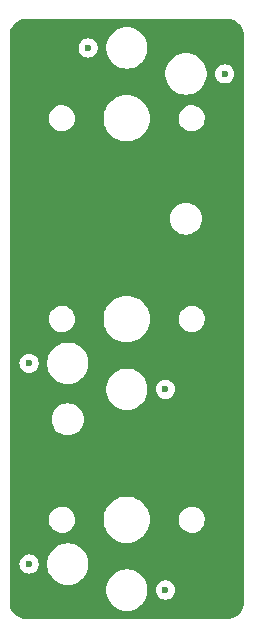
<source format=gbr>
%TF.GenerationSoftware,KiCad,Pcbnew,(7.0.0-0)*%
%TF.CreationDate,2023-06-29T16:50:24+08:00*%
%TF.ProjectId,thumb3,7468756d-6233-42e6-9b69-6361645f7063,v1.0.0*%
%TF.SameCoordinates,Original*%
%TF.FileFunction,Copper,L1,Top*%
%TF.FilePolarity,Positive*%
%FSLAX46Y46*%
G04 Gerber Fmt 4.6, Leading zero omitted, Abs format (unit mm)*
G04 Created by KiCad (PCBNEW (7.0.0-0)) date 2023-06-29 16:50:24*
%MOMM*%
%LPD*%
G01*
G04 APERTURE LIST*
%TA.AperFunction,ComponentPad*%
%ADD10C,0.600000*%
%TD*%
G04 APERTURE END LIST*
D10*
%TO.P,S1,3*%
%TO.N,C5_R0D*%
X-3275000Y39950000D03*
%TO.P,S1,4*%
%TO.N,C5*%
X8275000Y37750000D03*
%TD*%
%TO.P,S2,3*%
%TO.N,C5_R1D*%
X3275000Y11050000D03*
%TO.P,S2,4*%
%TO.N,C5*%
X-8275000Y13250000D03*
%TD*%
%TO.P,S3,3*%
%TO.N,C5_R2D*%
X3275000Y-5950000D03*
%TO.P,S3,4*%
%TO.N,C5*%
X-8275000Y-3750000D03*
%TD*%
%TA.AperFunction,NonConductor*%
G36*
X8504854Y42424118D02*
G01*
X8713113Y42407727D01*
X8732331Y42404683D01*
X8930705Y42357058D01*
X8949211Y42351045D01*
X9137694Y42272972D01*
X9155031Y42264139D01*
X9328981Y42157543D01*
X9344722Y42146106D01*
X9499859Y42013606D01*
X9513606Y41999859D01*
X9641029Y41850665D01*
X9646106Y41844722D01*
X9657543Y41828981D01*
X9764139Y41655031D01*
X9772972Y41637694D01*
X9851045Y41449211D01*
X9857058Y41430705D01*
X9904683Y41232331D01*
X9907727Y41213113D01*
X9924118Y41004854D01*
X9924500Y40995125D01*
X9924500Y-6995125D01*
X9924118Y-7004854D01*
X9907727Y-7213113D01*
X9904683Y-7232331D01*
X9857058Y-7430705D01*
X9851045Y-7449211D01*
X9772972Y-7637694D01*
X9764139Y-7655031D01*
X9657543Y-7828981D01*
X9646105Y-7844722D01*
X9513606Y-7999859D01*
X9499859Y-8013606D01*
X9350665Y-8141029D01*
X9344722Y-8146106D01*
X9328981Y-8157543D01*
X9155031Y-8264139D01*
X9137694Y-8272972D01*
X8949211Y-8351045D01*
X8930705Y-8357058D01*
X8732331Y-8404683D01*
X8713113Y-8407727D01*
X8504854Y-8424118D01*
X8495125Y-8424500D01*
X-8495125Y-8424500D01*
X-8504854Y-8424118D01*
X-8713113Y-8407727D01*
X-8732331Y-8404683D01*
X-8930705Y-8357058D01*
X-8949211Y-8351045D01*
X-9137694Y-8272972D01*
X-9155031Y-8264138D01*
X-9328977Y-8157543D01*
X-9344719Y-8146106D01*
X-9499852Y-8013610D01*
X-9513610Y-7999852D01*
X-9646106Y-7844719D01*
X-9657543Y-7828977D01*
X-9764138Y-7655031D01*
X-9772972Y-7637694D01*
X-9851045Y-7449211D01*
X-9857058Y-7430705D01*
X-9904683Y-7232331D01*
X-9907727Y-7213113D01*
X-9924118Y-7004854D01*
X-9924500Y-6995125D01*
X-9924500Y-6081182D01*
X-1750500Y-6081182D01*
X-1711396Y-6340615D01*
X-1634063Y-6591323D01*
X-1520228Y-6827704D01*
X-1372433Y-7044479D01*
X-1193981Y-7236805D01*
X-988857Y-7400386D01*
X-761643Y-7531568D01*
X-517416Y-7627420D01*
X-261630Y-7685802D01*
X-65494Y-7700500D01*
X63177Y-7700500D01*
X65494Y-7700500D01*
X261630Y-7685802D01*
X517416Y-7627420D01*
X761643Y-7531568D01*
X988857Y-7400386D01*
X1193981Y-7236805D01*
X1372433Y-7044479D01*
X1520228Y-6827704D01*
X1634063Y-6591323D01*
X1711396Y-6340615D01*
X1750500Y-6081182D01*
X1750500Y-5950000D01*
X2461384Y-5950000D01*
X2462164Y-5956923D01*
X2481002Y-6124123D01*
X2481003Y-6124130D01*
X2481783Y-6131047D01*
X2541957Y-6303015D01*
X2638889Y-6457281D01*
X2767719Y-6586111D01*
X2921985Y-6683043D01*
X3093953Y-6743217D01*
X3275000Y-6763616D01*
X3456047Y-6743217D01*
X3628015Y-6683043D01*
X3782281Y-6586111D01*
X3911111Y-6457281D01*
X4008043Y-6303015D01*
X4068217Y-6131047D01*
X4088616Y-5950000D01*
X4068217Y-5768953D01*
X4008043Y-5596985D01*
X3911111Y-5442719D01*
X3782281Y-5313889D01*
X3628015Y-5216957D01*
X3621449Y-5214659D01*
X3621446Y-5214658D01*
X3462621Y-5159083D01*
X3462618Y-5159082D01*
X3456047Y-5156783D01*
X3449130Y-5156003D01*
X3449123Y-5156002D01*
X3281923Y-5137164D01*
X3275000Y-5136384D01*
X3268077Y-5137164D01*
X3100876Y-5156002D01*
X3100867Y-5156003D01*
X3093953Y-5156783D01*
X3087383Y-5159081D01*
X3087378Y-5159083D01*
X2928553Y-5214658D01*
X2928547Y-5214660D01*
X2921985Y-5216957D01*
X2916097Y-5220656D01*
X2916092Y-5220659D01*
X2773619Y-5310181D01*
X2773614Y-5310184D01*
X2767719Y-5313889D01*
X2762794Y-5318813D01*
X2762790Y-5318817D01*
X2643817Y-5437790D01*
X2643813Y-5437794D01*
X2638889Y-5442719D01*
X2635184Y-5448614D01*
X2635181Y-5448619D01*
X2545659Y-5591092D01*
X2545656Y-5591097D01*
X2541957Y-5596985D01*
X2539660Y-5603547D01*
X2539658Y-5603553D01*
X2484083Y-5762378D01*
X2484081Y-5762383D01*
X2481783Y-5768953D01*
X2481003Y-5775867D01*
X2481002Y-5775876D01*
X2475642Y-5823453D01*
X2461384Y-5950000D01*
X1750500Y-5950000D01*
X1750500Y-5818818D01*
X1711396Y-5559385D01*
X1667333Y-5416537D01*
X1635430Y-5313108D01*
X1635428Y-5313105D01*
X1634063Y-5308677D01*
X1520228Y-5072296D01*
X1372433Y-4855521D01*
X1193981Y-4663195D01*
X988857Y-4499614D01*
X808530Y-4395502D01*
X765664Y-4370753D01*
X765658Y-4370750D01*
X761643Y-4368432D01*
X757324Y-4366737D01*
X757318Y-4366734D01*
X521738Y-4274276D01*
X521734Y-4274275D01*
X517416Y-4272580D01*
X512893Y-4271547D01*
X512891Y-4271547D01*
X266149Y-4215229D01*
X266143Y-4215228D01*
X261630Y-4214198D01*
X257008Y-4213851D01*
X257004Y-4213851D01*
X67808Y-4199673D01*
X67797Y-4199672D01*
X65494Y-4199500D01*
X-65494Y-4199500D01*
X-67797Y-4199672D01*
X-67808Y-4199673D01*
X-257004Y-4213851D01*
X-257008Y-4213851D01*
X-261630Y-4214198D01*
X-266143Y-4215228D01*
X-266149Y-4215229D01*
X-512891Y-4271547D01*
X-512893Y-4271547D01*
X-517416Y-4272580D01*
X-521734Y-4274275D01*
X-521738Y-4274276D01*
X-757318Y-4366734D01*
X-757324Y-4366737D01*
X-761643Y-4368432D01*
X-765658Y-4370750D01*
X-765664Y-4370753D01*
X-808530Y-4395502D01*
X-988857Y-4499614D01*
X-1193981Y-4663195D01*
X-1372433Y-4855521D01*
X-1520228Y-5072296D01*
X-1634063Y-5308677D01*
X-1635428Y-5313105D01*
X-1635430Y-5313108D01*
X-1667333Y-5416537D01*
X-1711396Y-5559385D01*
X-1750500Y-5818818D01*
X-1750500Y-6081182D01*
X-9924500Y-6081182D01*
X-9924500Y-3750000D01*
X-9088616Y-3750000D01*
X-9068217Y-3931047D01*
X-9008043Y-4103015D01*
X-8911111Y-4257281D01*
X-8782281Y-4386111D01*
X-8628015Y-4483043D01*
X-8456047Y-4543217D01*
X-8275000Y-4563616D01*
X-8093953Y-4543217D01*
X-7921985Y-4483043D01*
X-7767719Y-4386111D01*
X-7638889Y-4257281D01*
X-7541957Y-4103015D01*
X-7481783Y-3931047D01*
X-7481003Y-3924130D01*
X-7481002Y-3924123D01*
X-7476164Y-3881182D01*
X-6750500Y-3881182D01*
X-6711396Y-4140615D01*
X-6634063Y-4391323D01*
X-6520228Y-4627704D01*
X-6372433Y-4844479D01*
X-6193981Y-5036805D01*
X-5988857Y-5200386D01*
X-5761643Y-5331568D01*
X-5517416Y-5427420D01*
X-5261630Y-5485802D01*
X-5065494Y-5500500D01*
X-4936823Y-5500500D01*
X-4934506Y-5500500D01*
X-4738370Y-5485802D01*
X-4482584Y-5427420D01*
X-4238357Y-5331568D01*
X-4011143Y-5200386D01*
X-3806019Y-5036805D01*
X-3627567Y-4844479D01*
X-3479772Y-4627704D01*
X-3416970Y-4497294D01*
X-3367949Y-4395502D01*
X-3367946Y-4395496D01*
X-3365937Y-4391323D01*
X-3364573Y-4386901D01*
X-3364569Y-4386891D01*
X-3289971Y-4145048D01*
X-3289969Y-4145043D01*
X-3288604Y-4140615D01*
X-3287913Y-4136035D01*
X-3287912Y-4136028D01*
X-3250190Y-3885765D01*
X-3250189Y-3885754D01*
X-3249500Y-3881182D01*
X-3249500Y-3618818D01*
X-3250189Y-3614246D01*
X-3250190Y-3614234D01*
X-3287912Y-3363971D01*
X-3287914Y-3363961D01*
X-3288604Y-3359385D01*
X-3289968Y-3354959D01*
X-3289971Y-3354951D01*
X-3364569Y-3113108D01*
X-3364574Y-3113093D01*
X-3365937Y-3108677D01*
X-3367944Y-3104508D01*
X-3367949Y-3104497D01*
X-3477756Y-2876481D01*
X-3477759Y-2876474D01*
X-3479772Y-2872296D01*
X-3627567Y-2655521D01*
X-3630713Y-2652129D01*
X-3630719Y-2652123D01*
X-3802863Y-2466596D01*
X-3802865Y-2466593D01*
X-3806019Y-2463195D01*
X-3809641Y-2460306D01*
X-3809646Y-2460302D01*
X-4007516Y-2302506D01*
X-4007519Y-2302503D01*
X-4011143Y-2299614D01*
X-4015161Y-2297294D01*
X-4234335Y-2170753D01*
X-4234346Y-2170747D01*
X-4238357Y-2168432D01*
X-4242670Y-2166739D01*
X-4242681Y-2166734D01*
X-4478261Y-2074276D01*
X-4478268Y-2074273D01*
X-4482584Y-2072580D01*
X-4487102Y-2071548D01*
X-4487108Y-2071547D01*
X-4733850Y-2015229D01*
X-4733858Y-2015227D01*
X-4738370Y-2014198D01*
X-4742989Y-2013851D01*
X-4742995Y-2013851D01*
X-4932191Y-1999673D01*
X-4932203Y-1999672D01*
X-4934506Y-1999500D01*
X-5065494Y-1999500D01*
X-5067797Y-1999672D01*
X-5067808Y-1999673D01*
X-5257004Y-2013851D01*
X-5257008Y-2013851D01*
X-5261630Y-2014198D01*
X-5266143Y-2015228D01*
X-5266149Y-2015229D01*
X-5512891Y-2071547D01*
X-5512893Y-2071547D01*
X-5517416Y-2072580D01*
X-5521734Y-2074275D01*
X-5521738Y-2074276D01*
X-5757318Y-2166734D01*
X-5757324Y-2166737D01*
X-5761643Y-2168432D01*
X-5765658Y-2170750D01*
X-5765664Y-2170753D01*
X-5894216Y-2244973D01*
X-5988857Y-2299614D01*
X-6193981Y-2463195D01*
X-6372433Y-2655521D01*
X-6520228Y-2872296D01*
X-6634063Y-3108677D01*
X-6711396Y-3359385D01*
X-6750500Y-3618818D01*
X-6750500Y-3881182D01*
X-7476164Y-3881182D01*
X-7462164Y-3756923D01*
X-7461384Y-3750000D01*
X-7475642Y-3623453D01*
X-7481002Y-3575876D01*
X-7481003Y-3575867D01*
X-7481783Y-3568953D01*
X-7484081Y-3562383D01*
X-7484083Y-3562378D01*
X-7539658Y-3403553D01*
X-7539660Y-3403547D01*
X-7541957Y-3396985D01*
X-7545656Y-3391097D01*
X-7545659Y-3391092D01*
X-7635181Y-3248619D01*
X-7635184Y-3248614D01*
X-7638889Y-3242719D01*
X-7643813Y-3237794D01*
X-7643817Y-3237790D01*
X-7762790Y-3118817D01*
X-7762794Y-3118813D01*
X-7767719Y-3113889D01*
X-7773614Y-3110184D01*
X-7773619Y-3110181D01*
X-7916092Y-3020659D01*
X-7916097Y-3020656D01*
X-7921985Y-3016957D01*
X-7928547Y-3014660D01*
X-7928553Y-3014658D01*
X-8087378Y-2959083D01*
X-8087383Y-2959081D01*
X-8093953Y-2956783D01*
X-8100867Y-2956003D01*
X-8100876Y-2956002D01*
X-8268077Y-2937164D01*
X-8275000Y-2936384D01*
X-8281923Y-2937164D01*
X-8449123Y-2956002D01*
X-8449130Y-2956003D01*
X-8456047Y-2956783D01*
X-8462618Y-2959082D01*
X-8462621Y-2959083D01*
X-8621446Y-3014658D01*
X-8621449Y-3014659D01*
X-8628015Y-3016957D01*
X-8782281Y-3113889D01*
X-8911111Y-3242719D01*
X-9008043Y-3396985D01*
X-9068217Y-3568953D01*
X-9088616Y-3750000D01*
X-9924500Y-3750000D01*
X-9924500Y52645D01*
X-6605157Y52645D01*
X-6595148Y-157459D01*
X-6545558Y-361871D01*
X-6458179Y-553205D01*
X-6336169Y-724544D01*
X-6183937Y-869697D01*
X-6006986Y-983416D01*
X-5811712Y-1061593D01*
X-5605171Y-1101400D01*
X-5450486Y-1101400D01*
X-5447532Y-1101400D01*
X-5290611Y-1086416D01*
X-5088789Y-1027156D01*
X-4901830Y-930771D01*
X-4736490Y-800747D01*
X-4673994Y-728623D01*
X-4602611Y-646243D01*
X-4602609Y-646240D01*
X-4598745Y-641781D01*
X-4493574Y-459619D01*
X-4491641Y-454035D01*
X-4491639Y-454030D01*
X-4426709Y-266427D01*
X-4426707Y-266421D01*
X-4424778Y-260846D01*
X-4423938Y-255007D01*
X-4423937Y-255001D01*
X-4395682Y-58484D01*
X-4395681Y-58478D01*
X-4394843Y-52645D01*
X-4395123Y-46760D01*
X-4395123Y-46753D01*
X-4397350Y0D01*
X-1970019Y0D01*
X-1949967Y-280363D01*
X-1890219Y-555018D01*
X-1791992Y-818375D01*
X-1657285Y-1065073D01*
X-1488841Y-1290088D01*
X-1290088Y-1488841D01*
X-1065073Y-1657285D01*
X-818375Y-1791992D01*
X-555018Y-1890219D01*
X-280363Y-1949967D01*
X-70175Y-1965000D01*
X67960Y-1965000D01*
X70175Y-1965000D01*
X280363Y-1949967D01*
X555018Y-1890219D01*
X818375Y-1791992D01*
X1065073Y-1657285D01*
X1290088Y-1488841D01*
X1488841Y-1290088D01*
X1657285Y-1065073D01*
X1791992Y-818375D01*
X1890219Y-555018D01*
X1949967Y-280363D01*
X1970019Y0D01*
X1966254Y52645D01*
X4394843Y52645D01*
X4395123Y46760D01*
X4395123Y46753D01*
X4400137Y-58484D01*
X4404852Y-157459D01*
X4406244Y-163196D01*
X4429933Y-260846D01*
X4454442Y-361871D01*
X4456895Y-367242D01*
X4456897Y-367248D01*
X4539363Y-547824D01*
X4539365Y-547828D01*
X4541821Y-553205D01*
X4663831Y-724544D01*
X4816063Y-869697D01*
X4993014Y-983416D01*
X5188288Y-1061593D01*
X5394829Y-1101400D01*
X5549514Y-1101400D01*
X5552468Y-1101400D01*
X5709389Y-1086416D01*
X5911211Y-1027156D01*
X6098170Y-930771D01*
X6263510Y-800747D01*
X6401255Y-641781D01*
X6506426Y-459619D01*
X6575222Y-260846D01*
X6605157Y-52645D01*
X6595148Y157459D01*
X6545558Y361871D01*
X6458179Y553205D01*
X6336169Y724544D01*
X6183937Y869697D01*
X6006986Y983416D01*
X5811712Y1061593D01*
X5605171Y1101400D01*
X5447532Y1101400D01*
X5290611Y1086416D01*
X5088789Y1027156D01*
X4901830Y930771D01*
X4736490Y800747D01*
X4732621Y796282D01*
X4670460Y724544D01*
X4598745Y641781D01*
X4493574Y459619D01*
X4491641Y454035D01*
X4491639Y454030D01*
X4426709Y266427D01*
X4426707Y266421D01*
X4424778Y260846D01*
X4423938Y255007D01*
X4423937Y255001D01*
X4395682Y58484D01*
X4395681Y58478D01*
X4394843Y52645D01*
X1966254Y52645D01*
X1949967Y280363D01*
X1890219Y555018D01*
X1791992Y818375D01*
X1657285Y1065073D01*
X1488841Y1290088D01*
X1290088Y1488841D01*
X1065073Y1657285D01*
X818375Y1791992D01*
X555018Y1890219D01*
X280363Y1949967D01*
X70175Y1965000D01*
X-70175Y1965000D01*
X-280363Y1949967D01*
X-555018Y1890219D01*
X-818375Y1791992D01*
X-1065073Y1657285D01*
X-1290088Y1488841D01*
X-1488841Y1290088D01*
X-1657285Y1065073D01*
X-1791992Y818375D01*
X-1890219Y555018D01*
X-1949967Y280363D01*
X-1970019Y0D01*
X-4397350Y0D01*
X-4404571Y151561D01*
X-4404852Y157459D01*
X-4428516Y255001D01*
X-4453049Y356130D01*
X-4453049Y356132D01*
X-4454442Y361871D01*
X-4456895Y367242D01*
X-4456897Y367248D01*
X-4539363Y547824D01*
X-4539365Y547828D01*
X-4541821Y553205D01*
X-4663831Y724544D01*
X-4816063Y869697D01*
X-4993014Y983416D01*
X-5188288Y1061593D01*
X-5394829Y1101400D01*
X-5552468Y1101400D01*
X-5709389Y1086416D01*
X-5911211Y1027156D01*
X-6098170Y930771D01*
X-6263510Y800747D01*
X-6401255Y641781D01*
X-6506426Y459619D01*
X-6575222Y260846D01*
X-6605157Y52645D01*
X-9924500Y52645D01*
X-9924500Y8500000D01*
X-6355659Y8500000D01*
X-6335063Y8264592D01*
X-6273903Y8036337D01*
X-6174035Y7822171D01*
X-6038495Y7628599D01*
X-5871401Y7461505D01*
X-5677829Y7325965D01*
X-5463663Y7226097D01*
X-5458438Y7224697D01*
X-5458430Y7224694D01*
X-5240634Y7166337D01*
X-5240630Y7166336D01*
X-5235408Y7164937D01*
X-5230020Y7164465D01*
X-5230017Y7164465D01*
X-5061664Y7149736D01*
X-5061662Y7149735D01*
X-5058966Y7149500D01*
X-4943742Y7149500D01*
X-4941034Y7149500D01*
X-4938338Y7149735D01*
X-4938335Y7149736D01*
X-4769982Y7164465D01*
X-4769977Y7164465D01*
X-4764592Y7164937D01*
X-4759371Y7166335D01*
X-4759365Y7166337D01*
X-4541569Y7224694D01*
X-4541557Y7224698D01*
X-4536337Y7226097D01*
X-4531432Y7228383D01*
X-4531427Y7228386D01*
X-4327081Y7323675D01*
X-4327077Y7323677D01*
X-4322171Y7325965D01*
X-4317738Y7329068D01*
X-4317731Y7329073D01*
X-4133034Y7458399D01*
X-4133029Y7458402D01*
X-4128599Y7461505D01*
X-4124775Y7465328D01*
X-4124769Y7465334D01*
X-3965336Y7624767D01*
X-3965330Y7624773D01*
X-3961505Y7628599D01*
X-3958406Y7633023D01*
X-3958399Y7633033D01*
X-3829066Y7817740D01*
X-3829061Y7817747D01*
X-3825965Y7822170D01*
X-3823683Y7827061D01*
X-3823678Y7827072D01*
X-3728386Y8031427D01*
X-3728383Y8031432D01*
X-3726097Y8036337D01*
X-3724698Y8041557D01*
X-3724694Y8041569D01*
X-3666337Y8259365D01*
X-3666335Y8259371D01*
X-3664937Y8264592D01*
X-3644341Y8500000D01*
X-3664937Y8735408D01*
X-3666337Y8740634D01*
X-3724694Y8958430D01*
X-3724697Y8958438D01*
X-3726097Y8963663D01*
X-3825965Y9177829D01*
X-3961505Y9371401D01*
X-4128599Y9538495D01*
X-4322171Y9674035D01*
X-4536337Y9773903D01*
X-4764592Y9835063D01*
X-4941034Y9850500D01*
X-5058966Y9850500D01*
X-5235408Y9835063D01*
X-5463663Y9773903D01*
X-5677829Y9674035D01*
X-5871401Y9538495D01*
X-6038495Y9371401D01*
X-6174035Y9177830D01*
X-6273903Y8963663D01*
X-6335063Y8735408D01*
X-6355659Y8500000D01*
X-9924500Y8500000D01*
X-9924500Y10918818D01*
X-1750500Y10918818D01*
X-1711396Y10659385D01*
X-1634063Y10408677D01*
X-1520228Y10172296D01*
X-1372433Y9955521D01*
X-1193981Y9763195D01*
X-988857Y9599614D01*
X-894216Y9544973D01*
X-765664Y9470753D01*
X-765658Y9470750D01*
X-761643Y9468432D01*
X-757324Y9466737D01*
X-757318Y9466734D01*
X-521738Y9374276D01*
X-521734Y9374275D01*
X-517416Y9372580D01*
X-512893Y9371547D01*
X-512891Y9371547D01*
X-266149Y9315229D01*
X-266143Y9315228D01*
X-261630Y9314198D01*
X-257008Y9313851D01*
X-257004Y9313851D01*
X-67808Y9299673D01*
X-67797Y9299672D01*
X-65494Y9299500D01*
X63177Y9299500D01*
X65494Y9299500D01*
X67797Y9299672D01*
X67808Y9299673D01*
X257004Y9313851D01*
X257008Y9313851D01*
X261630Y9314198D01*
X266143Y9315228D01*
X266149Y9315229D01*
X512891Y9371547D01*
X512893Y9371547D01*
X517416Y9372580D01*
X521734Y9374275D01*
X521738Y9374276D01*
X757318Y9466734D01*
X757324Y9466737D01*
X761643Y9468432D01*
X765658Y9470750D01*
X765664Y9470753D01*
X894216Y9544973D01*
X988857Y9599614D01*
X1193981Y9763195D01*
X1372433Y9955521D01*
X1520228Y10172296D01*
X1634063Y10408677D01*
X1711396Y10659385D01*
X1750500Y10918818D01*
X1750500Y11050000D01*
X2461384Y11050000D01*
X2462164Y11043077D01*
X2481002Y10875876D01*
X2481003Y10875867D01*
X2481783Y10868953D01*
X2484081Y10862383D01*
X2484083Y10862378D01*
X2539658Y10703553D01*
X2539660Y10703547D01*
X2541957Y10696985D01*
X2545656Y10691097D01*
X2545659Y10691092D01*
X2635181Y10548619D01*
X2635184Y10548614D01*
X2638889Y10542719D01*
X2643813Y10537794D01*
X2643817Y10537790D01*
X2762790Y10418817D01*
X2762794Y10418813D01*
X2767719Y10413889D01*
X2773614Y10410184D01*
X2773619Y10410181D01*
X2916092Y10320659D01*
X2916097Y10320656D01*
X2921985Y10316957D01*
X2928547Y10314660D01*
X2928553Y10314658D01*
X3087378Y10259083D01*
X3087383Y10259081D01*
X3093953Y10256783D01*
X3100867Y10256003D01*
X3100876Y10256002D01*
X3268077Y10237164D01*
X3275000Y10236384D01*
X3281923Y10237164D01*
X3449123Y10256002D01*
X3449130Y10256003D01*
X3456047Y10256783D01*
X3462618Y10259082D01*
X3462621Y10259083D01*
X3621446Y10314658D01*
X3621449Y10314659D01*
X3628015Y10316957D01*
X3782281Y10413889D01*
X3911111Y10542719D01*
X4008043Y10696985D01*
X4068217Y10868953D01*
X4088616Y11050000D01*
X4068217Y11231047D01*
X4008043Y11403015D01*
X3911111Y11557281D01*
X3782281Y11686111D01*
X3628015Y11783043D01*
X3456047Y11843217D01*
X3275000Y11863616D01*
X3093953Y11843217D01*
X2921985Y11783043D01*
X2767719Y11686111D01*
X2638889Y11557281D01*
X2541957Y11403015D01*
X2481783Y11231047D01*
X2481003Y11224130D01*
X2481002Y11224123D01*
X2475642Y11176547D01*
X2461384Y11050000D01*
X1750500Y11050000D01*
X1750500Y11181182D01*
X1711396Y11440615D01*
X1634063Y11691323D01*
X1520228Y11927704D01*
X1372433Y12144479D01*
X1193981Y12336805D01*
X988857Y12500386D01*
X761643Y12631568D01*
X517416Y12727420D01*
X261630Y12785802D01*
X65494Y12800500D01*
X-65494Y12800500D01*
X-261630Y12785802D01*
X-517416Y12727420D01*
X-761643Y12631568D01*
X-988857Y12500386D01*
X-1193981Y12336805D01*
X-1372433Y12144479D01*
X-1520228Y11927704D01*
X-1634063Y11691323D01*
X-1711396Y11440615D01*
X-1750500Y11181182D01*
X-1750500Y10918818D01*
X-9924500Y10918818D01*
X-9924500Y13250000D01*
X-9088616Y13250000D01*
X-9068217Y13068953D01*
X-9008043Y12896985D01*
X-8911111Y12742719D01*
X-8782281Y12613889D01*
X-8628015Y12516957D01*
X-8621449Y12514659D01*
X-8621446Y12514658D01*
X-8462621Y12459083D01*
X-8462618Y12459082D01*
X-8456047Y12456783D01*
X-8449130Y12456003D01*
X-8449123Y12456002D01*
X-8281923Y12437164D01*
X-8275000Y12436384D01*
X-8268077Y12437164D01*
X-8100876Y12456002D01*
X-8100867Y12456003D01*
X-8093953Y12456783D01*
X-8087383Y12459081D01*
X-8087378Y12459083D01*
X-7928553Y12514658D01*
X-7928547Y12514660D01*
X-7921985Y12516957D01*
X-7916097Y12520656D01*
X-7916092Y12520659D01*
X-7773619Y12610181D01*
X-7773614Y12610184D01*
X-7767719Y12613889D01*
X-7762794Y12618813D01*
X-7762790Y12618817D01*
X-7643817Y12737790D01*
X-7643813Y12737794D01*
X-7638889Y12742719D01*
X-7635184Y12748614D01*
X-7635181Y12748619D01*
X-7545659Y12891092D01*
X-7545656Y12891097D01*
X-7541957Y12896985D01*
X-7539660Y12903547D01*
X-7539658Y12903553D01*
X-7484083Y13062378D01*
X-7484081Y13062383D01*
X-7481783Y13068953D01*
X-7481003Y13075867D01*
X-7481002Y13075876D01*
X-7476164Y13118818D01*
X-6750500Y13118818D01*
X-6711396Y12859385D01*
X-6710028Y12854951D01*
X-6641648Y12633265D01*
X-6634063Y12608677D01*
X-6520228Y12372296D01*
X-6372433Y12155521D01*
X-6193981Y11963195D01*
X-5988857Y11799614D01*
X-5964135Y11785341D01*
X-5765664Y11670753D01*
X-5765658Y11670750D01*
X-5761643Y11668432D01*
X-5757324Y11666737D01*
X-5757318Y11666734D01*
X-5521738Y11574276D01*
X-5521734Y11574275D01*
X-5517416Y11572580D01*
X-5512893Y11571547D01*
X-5512891Y11571547D01*
X-5266149Y11515229D01*
X-5266143Y11515228D01*
X-5261630Y11514198D01*
X-5257008Y11513851D01*
X-5257004Y11513851D01*
X-5067808Y11499673D01*
X-5067797Y11499672D01*
X-5065494Y11499500D01*
X-4936823Y11499500D01*
X-4934506Y11499500D01*
X-4932203Y11499672D01*
X-4932191Y11499673D01*
X-4742995Y11513851D01*
X-4742989Y11513851D01*
X-4738370Y11514198D01*
X-4733858Y11515227D01*
X-4733850Y11515229D01*
X-4487108Y11571547D01*
X-4487102Y11571548D01*
X-4482584Y11572580D01*
X-4478268Y11574273D01*
X-4478261Y11574276D01*
X-4242681Y11666734D01*
X-4242670Y11666739D01*
X-4238357Y11668432D01*
X-4234346Y11670747D01*
X-4234335Y11670753D01*
X-4015161Y11797294D01*
X-4015159Y11797295D01*
X-4011143Y11799614D01*
X-4007519Y11802503D01*
X-4007516Y11802506D01*
X-3809646Y11960302D01*
X-3809641Y11960306D01*
X-3806019Y11963195D01*
X-3802863Y11966596D01*
X-3630719Y12152123D01*
X-3630713Y12152129D01*
X-3627567Y12155521D01*
X-3503969Y12336805D01*
X-3482387Y12368460D01*
X-3482385Y12368463D01*
X-3479772Y12372296D01*
X-3477759Y12376474D01*
X-3477756Y12376481D01*
X-3367949Y12604497D01*
X-3367944Y12604508D01*
X-3365937Y12608677D01*
X-3364574Y12613093D01*
X-3364569Y12613108D01*
X-3289971Y12854951D01*
X-3289968Y12854959D01*
X-3288604Y12859385D01*
X-3287914Y12863961D01*
X-3287912Y12863971D01*
X-3250190Y13114234D01*
X-3250189Y13114246D01*
X-3249500Y13118818D01*
X-3249500Y13381182D01*
X-3250189Y13385754D01*
X-3250190Y13385765D01*
X-3287912Y13636028D01*
X-3287913Y13636035D01*
X-3288604Y13640615D01*
X-3322770Y13751380D01*
X-3364569Y13886891D01*
X-3364573Y13886901D01*
X-3365937Y13891323D01*
X-3408324Y13979340D01*
X-3477756Y14123518D01*
X-3477756Y14123519D01*
X-3479772Y14127704D01*
X-3627567Y14344479D01*
X-3806019Y14536805D01*
X-4011143Y14700386D01*
X-4238357Y14831568D01*
X-4482584Y14927420D01*
X-4738370Y14985802D01*
X-4934506Y15000500D01*
X-5065494Y15000500D01*
X-5261630Y14985802D01*
X-5517416Y14927420D01*
X-5761643Y14831568D01*
X-5988857Y14700386D01*
X-6193981Y14536805D01*
X-6372433Y14344479D01*
X-6520228Y14127704D01*
X-6634063Y13891323D01*
X-6711396Y13640615D01*
X-6750500Y13381182D01*
X-6750500Y13118818D01*
X-7476164Y13118818D01*
X-7462164Y13243077D01*
X-7461384Y13250000D01*
X-7475642Y13376547D01*
X-7481002Y13424123D01*
X-7481003Y13424130D01*
X-7481783Y13431047D01*
X-7541957Y13603015D01*
X-7638889Y13757281D01*
X-7767719Y13886111D01*
X-7921985Y13983043D01*
X-8093953Y14043217D01*
X-8275000Y14063616D01*
X-8456047Y14043217D01*
X-8628015Y13983043D01*
X-8782281Y13886111D01*
X-8911111Y13757281D01*
X-9008043Y13603015D01*
X-9068217Y13431047D01*
X-9088616Y13250000D01*
X-9924500Y13250000D01*
X-9924500Y17052645D01*
X-6605157Y17052645D01*
X-6595148Y16842541D01*
X-6545558Y16638129D01*
X-6543102Y16632751D01*
X-6498580Y16535260D01*
X-6458179Y16446795D01*
X-6336169Y16275456D01*
X-6183937Y16130303D01*
X-6006986Y16016584D01*
X-5811712Y15938407D01*
X-5805908Y15937288D01*
X-5805907Y15937288D01*
X-5610968Y15899717D01*
X-5610965Y15899716D01*
X-5605171Y15898600D01*
X-5450486Y15898600D01*
X-5447532Y15898600D01*
X-5444603Y15898879D01*
X-5444596Y15898880D01*
X-5296491Y15913022D01*
X-5296485Y15913023D01*
X-5290611Y15913584D01*
X-5284943Y15915248D01*
X-5284939Y15915249D01*
X-5094454Y15971180D01*
X-5094448Y15971182D01*
X-5088789Y15972844D01*
X-5083544Y15975547D01*
X-5083539Y15975550D01*
X-4907079Y16066522D01*
X-4907071Y16066526D01*
X-4901830Y16069229D01*
X-4897187Y16072880D01*
X-4741135Y16195599D01*
X-4741128Y16195605D01*
X-4736490Y16199253D01*
X-4732626Y16203711D01*
X-4732621Y16203717D01*
X-4602611Y16353756D01*
X-4602605Y16353763D01*
X-4598745Y16358219D01*
X-4548652Y16444982D01*
X-4496530Y16535260D01*
X-4496527Y16535264D01*
X-4493574Y16540381D01*
X-4491643Y16545960D01*
X-4491639Y16545969D01*
X-4426709Y16733572D01*
X-4426706Y16733581D01*
X-4424778Y16739154D01*
X-4423938Y16744990D01*
X-4423937Y16744998D01*
X-4395682Y16941515D01*
X-4395681Y16941521D01*
X-4394843Y16947355D01*
X-4395123Y16953239D01*
X-4395123Y16953246D01*
X-4397350Y17000000D01*
X-1970019Y17000000D01*
X-1949967Y16719637D01*
X-1890219Y16444982D01*
X-1791992Y16181625D01*
X-1657285Y15934927D01*
X-1488841Y15709912D01*
X-1290088Y15511159D01*
X-1065073Y15342715D01*
X-1061179Y15340589D01*
X-1061178Y15340588D01*
X-822264Y15210131D01*
X-822257Y15210128D01*
X-818375Y15208008D01*
X-814232Y15206462D01*
X-814226Y15206460D01*
X-559161Y15111326D01*
X-559157Y15111325D01*
X-555018Y15109781D01*
X-550692Y15108840D01*
X-284696Y15050975D01*
X-284687Y15050973D01*
X-280363Y15050033D01*
X-275949Y15049717D01*
X-275940Y15049716D01*
X-72385Y15035158D01*
X-72383Y15035157D01*
X-70175Y15035000D01*
X67960Y15035000D01*
X70175Y15035000D01*
X72383Y15035157D01*
X72385Y15035158D01*
X275940Y15049716D01*
X275949Y15049717D01*
X280363Y15050033D01*
X284687Y15050973D01*
X284696Y15050975D01*
X550692Y15108840D01*
X555018Y15109781D01*
X559157Y15111325D01*
X559161Y15111326D01*
X814226Y15206460D01*
X814232Y15206462D01*
X818375Y15208008D01*
X822257Y15210128D01*
X822264Y15210131D01*
X1061178Y15340588D01*
X1061179Y15340589D01*
X1065073Y15342715D01*
X1290088Y15511159D01*
X1488841Y15709912D01*
X1657285Y15934927D01*
X1791992Y16181625D01*
X1890219Y16444982D01*
X1949967Y16719637D01*
X1970019Y17000000D01*
X1966254Y17052645D01*
X4394843Y17052645D01*
X4395123Y17046760D01*
X4395123Y17046753D01*
X4400137Y16941515D01*
X4404852Y16842541D01*
X4406243Y16836803D01*
X4406244Y16836803D01*
X4435719Y16715303D01*
X4454442Y16638129D01*
X4456893Y16632760D01*
X4456897Y16632751D01*
X4539363Y16452175D01*
X4539367Y16452166D01*
X4541821Y16446795D01*
X4545247Y16441983D01*
X4545251Y16441977D01*
X4660400Y16280273D01*
X4660404Y16280267D01*
X4663831Y16275456D01*
X4668104Y16271381D01*
X4668109Y16271376D01*
X4811791Y16134376D01*
X4816063Y16130303D01*
X4821026Y16127113D01*
X4821028Y16127112D01*
X4988043Y16019778D01*
X4988048Y16019775D01*
X4993014Y16016584D01*
X4998498Y16014388D01*
X4998501Y16014387D01*
X5182799Y15940604D01*
X5182803Y15940602D01*
X5188288Y15938407D01*
X5194088Y15937289D01*
X5194092Y15937288D01*
X5389031Y15899717D01*
X5389035Y15899716D01*
X5394829Y15898600D01*
X5549514Y15898600D01*
X5552468Y15898600D01*
X5555397Y15898879D01*
X5555403Y15898880D01*
X5703508Y15913022D01*
X5703512Y15913022D01*
X5709389Y15913584D01*
X5715058Y15915248D01*
X5715060Y15915249D01*
X5905545Y15971180D01*
X5905548Y15971181D01*
X5911211Y15972844D01*
X5916460Y15975550D01*
X6092920Y16066522D01*
X6092923Y16066524D01*
X6098170Y16069229D01*
X6193723Y16144372D01*
X6258864Y16195599D01*
X6258866Y16195601D01*
X6263510Y16199253D01*
X6401255Y16358219D01*
X6506426Y16540381D01*
X6575222Y16739154D01*
X6605157Y16947355D01*
X6595148Y17157459D01*
X6545558Y17361871D01*
X6458179Y17553205D01*
X6336169Y17724544D01*
X6183937Y17869697D01*
X6006986Y17983416D01*
X5811712Y18061593D01*
X5605171Y18101400D01*
X5447532Y18101400D01*
X5290611Y18086416D01*
X5088789Y18027156D01*
X4901830Y17930771D01*
X4736490Y17800747D01*
X4732621Y17796282D01*
X4670460Y17724544D01*
X4598745Y17641781D01*
X4493574Y17459619D01*
X4491641Y17454035D01*
X4491639Y17454030D01*
X4426709Y17266427D01*
X4426707Y17266421D01*
X4424778Y17260846D01*
X4423938Y17255007D01*
X4423937Y17255001D01*
X4395682Y17058484D01*
X4395681Y17058478D01*
X4394843Y17052645D01*
X1966254Y17052645D01*
X1949967Y17280363D01*
X1890219Y17555018D01*
X1791992Y17818375D01*
X1657285Y18065073D01*
X1488841Y18290088D01*
X1290088Y18488841D01*
X1065073Y18657285D01*
X818375Y18791992D01*
X555018Y18890219D01*
X280363Y18949967D01*
X70175Y18965000D01*
X-70175Y18965000D01*
X-280363Y18949967D01*
X-555018Y18890219D01*
X-818375Y18791992D01*
X-1065073Y18657285D01*
X-1290088Y18488841D01*
X-1488841Y18290088D01*
X-1657285Y18065073D01*
X-1791992Y17818375D01*
X-1890219Y17555018D01*
X-1949967Y17280363D01*
X-1970019Y17000000D01*
X-4397350Y17000000D01*
X-4404571Y17151561D01*
X-4404852Y17157459D01*
X-4428516Y17255001D01*
X-4453049Y17356130D01*
X-4453049Y17356132D01*
X-4454442Y17361871D01*
X-4456895Y17367242D01*
X-4456897Y17367248D01*
X-4539363Y17547824D01*
X-4539365Y17547828D01*
X-4541821Y17553205D01*
X-4663831Y17724544D01*
X-4816063Y17869697D01*
X-4993014Y17983416D01*
X-5188288Y18061593D01*
X-5394829Y18101400D01*
X-5552468Y18101400D01*
X-5709389Y18086416D01*
X-5911211Y18027156D01*
X-6098170Y17930771D01*
X-6263510Y17800747D01*
X-6401255Y17641781D01*
X-6506426Y17459619D01*
X-6575222Y17260846D01*
X-6605157Y17052645D01*
X-9924500Y17052645D01*
X-9924500Y25500000D01*
X3644341Y25500000D01*
X3664937Y25264592D01*
X3666335Y25259371D01*
X3666337Y25259365D01*
X3724694Y25041569D01*
X3724698Y25041557D01*
X3726097Y25036337D01*
X3728383Y25031432D01*
X3728386Y25031427D01*
X3823675Y24827081D01*
X3825965Y24822171D01*
X3829068Y24817740D01*
X3829073Y24817731D01*
X3958399Y24633034D01*
X3958400Y24633033D01*
X3961505Y24628599D01*
X3965328Y24624775D01*
X3965334Y24624769D01*
X4124769Y24465334D01*
X4124775Y24465328D01*
X4128599Y24461505D01*
X4133029Y24458402D01*
X4133034Y24458399D01*
X4317731Y24329073D01*
X4317738Y24329068D01*
X4322171Y24325965D01*
X4327077Y24323677D01*
X4327081Y24323675D01*
X4531427Y24228386D01*
X4531432Y24228383D01*
X4536337Y24226097D01*
X4541557Y24224698D01*
X4541569Y24224694D01*
X4759365Y24166337D01*
X4759371Y24166335D01*
X4764592Y24164937D01*
X4769977Y24164465D01*
X4769982Y24164465D01*
X4938335Y24149736D01*
X4938338Y24149735D01*
X4941034Y24149500D01*
X5056258Y24149500D01*
X5058966Y24149500D01*
X5061662Y24149735D01*
X5061664Y24149736D01*
X5230017Y24164465D01*
X5230020Y24164465D01*
X5235408Y24164937D01*
X5240630Y24166336D01*
X5240634Y24166337D01*
X5458430Y24224694D01*
X5458438Y24224697D01*
X5463663Y24226097D01*
X5677829Y24325965D01*
X5871401Y24461505D01*
X6038495Y24628599D01*
X6041601Y24633034D01*
X6170933Y24817740D01*
X6174035Y24822170D01*
X6273903Y25036337D01*
X6335063Y25264592D01*
X6355659Y25500000D01*
X6335063Y25735408D01*
X6273903Y25963663D01*
X6174035Y26177829D01*
X6038495Y26371401D01*
X5871401Y26538495D01*
X5677829Y26674035D01*
X5463663Y26773903D01*
X5235408Y26835063D01*
X5058966Y26850500D01*
X4941034Y26850500D01*
X4764592Y26835063D01*
X4536337Y26773903D01*
X4322171Y26674035D01*
X4128599Y26538495D01*
X3961505Y26371401D01*
X3958402Y26366970D01*
X3958399Y26366966D01*
X3829066Y26182259D01*
X3825965Y26177830D01*
X3823681Y26172933D01*
X3823678Y26172927D01*
X3823674Y26172918D01*
X3726097Y25963663D01*
X3724697Y25958438D01*
X3724694Y25958430D01*
X3666337Y25740634D01*
X3664937Y25735408D01*
X3644341Y25500000D01*
X-9924500Y25500000D01*
X-9924500Y34052645D01*
X-6605157Y34052645D01*
X-6595148Y33842541D01*
X-6545558Y33638129D01*
X-6543102Y33632751D01*
X-6498580Y33535260D01*
X-6458179Y33446795D01*
X-6336169Y33275456D01*
X-6183937Y33130303D01*
X-6006986Y33016584D01*
X-5811712Y32938407D01*
X-5805908Y32937288D01*
X-5805907Y32937288D01*
X-5610968Y32899717D01*
X-5610965Y32899716D01*
X-5605171Y32898600D01*
X-5450486Y32898600D01*
X-5447532Y32898600D01*
X-5444603Y32898879D01*
X-5444596Y32898880D01*
X-5296491Y32913022D01*
X-5296485Y32913023D01*
X-5290611Y32913584D01*
X-5284943Y32915248D01*
X-5284939Y32915249D01*
X-5094454Y32971180D01*
X-5094448Y32971182D01*
X-5088789Y32972844D01*
X-5083544Y32975547D01*
X-5083539Y32975550D01*
X-4907079Y33066522D01*
X-4907071Y33066526D01*
X-4901830Y33069229D01*
X-4897187Y33072880D01*
X-4741135Y33195599D01*
X-4741128Y33195605D01*
X-4736490Y33199253D01*
X-4732626Y33203711D01*
X-4732621Y33203717D01*
X-4602611Y33353756D01*
X-4602605Y33353763D01*
X-4598745Y33358219D01*
X-4548652Y33444982D01*
X-4496530Y33535260D01*
X-4496527Y33535264D01*
X-4493574Y33540381D01*
X-4491643Y33545960D01*
X-4491639Y33545969D01*
X-4426709Y33733572D01*
X-4426706Y33733581D01*
X-4424778Y33739154D01*
X-4423938Y33744990D01*
X-4423937Y33744998D01*
X-4395682Y33941515D01*
X-4395681Y33941521D01*
X-4394843Y33947355D01*
X-4395123Y33953239D01*
X-4395123Y33953246D01*
X-4397350Y34000000D01*
X-1970019Y34000000D01*
X-1949967Y33719637D01*
X-1890219Y33444982D01*
X-1791992Y33181625D01*
X-1657285Y32934927D01*
X-1488841Y32709912D01*
X-1290088Y32511159D01*
X-1065073Y32342715D01*
X-1061179Y32340589D01*
X-1061178Y32340588D01*
X-822264Y32210131D01*
X-822257Y32210128D01*
X-818375Y32208008D01*
X-814232Y32206462D01*
X-814226Y32206460D01*
X-559161Y32111326D01*
X-559157Y32111325D01*
X-555018Y32109781D01*
X-550692Y32108840D01*
X-284696Y32050975D01*
X-284687Y32050973D01*
X-280363Y32050033D01*
X-275949Y32049717D01*
X-275940Y32049716D01*
X-72385Y32035158D01*
X-72383Y32035157D01*
X-70175Y32035000D01*
X67960Y32035000D01*
X70175Y32035000D01*
X72383Y32035157D01*
X72385Y32035158D01*
X275940Y32049716D01*
X275949Y32049717D01*
X280363Y32050033D01*
X284687Y32050973D01*
X284696Y32050975D01*
X550692Y32108840D01*
X555018Y32109781D01*
X559157Y32111325D01*
X559161Y32111326D01*
X814226Y32206460D01*
X814232Y32206462D01*
X818375Y32208008D01*
X822257Y32210128D01*
X822264Y32210131D01*
X1061178Y32340588D01*
X1061179Y32340589D01*
X1065073Y32342715D01*
X1290088Y32511159D01*
X1488841Y32709912D01*
X1657285Y32934927D01*
X1791992Y33181625D01*
X1890219Y33444982D01*
X1949967Y33719637D01*
X1970019Y34000000D01*
X1966254Y34052645D01*
X4394843Y34052645D01*
X4395123Y34046760D01*
X4395123Y34046753D01*
X4400137Y33941515D01*
X4404852Y33842541D01*
X4406243Y33836803D01*
X4406244Y33836803D01*
X4435719Y33715303D01*
X4454442Y33638129D01*
X4456893Y33632760D01*
X4456897Y33632751D01*
X4539363Y33452175D01*
X4539367Y33452166D01*
X4541821Y33446795D01*
X4545247Y33441983D01*
X4545251Y33441977D01*
X4660400Y33280273D01*
X4660404Y33280267D01*
X4663831Y33275456D01*
X4668104Y33271381D01*
X4668109Y33271376D01*
X4811791Y33134376D01*
X4816063Y33130303D01*
X4821026Y33127113D01*
X4821028Y33127112D01*
X4988043Y33019778D01*
X4988048Y33019775D01*
X4993014Y33016584D01*
X4998498Y33014388D01*
X4998501Y33014387D01*
X5182799Y32940604D01*
X5182803Y32940602D01*
X5188288Y32938407D01*
X5194088Y32937289D01*
X5194092Y32937288D01*
X5389031Y32899717D01*
X5389035Y32899716D01*
X5394829Y32898600D01*
X5549514Y32898600D01*
X5552468Y32898600D01*
X5555397Y32898879D01*
X5555403Y32898880D01*
X5703508Y32913022D01*
X5703512Y32913022D01*
X5709389Y32913584D01*
X5715058Y32915248D01*
X5715060Y32915249D01*
X5905545Y32971180D01*
X5905548Y32971181D01*
X5911211Y32972844D01*
X5916460Y32975550D01*
X6092920Y33066522D01*
X6092923Y33066524D01*
X6098170Y33069229D01*
X6193723Y33144372D01*
X6258864Y33195599D01*
X6258866Y33195601D01*
X6263510Y33199253D01*
X6401255Y33358219D01*
X6506426Y33540381D01*
X6575222Y33739154D01*
X6605157Y33947355D01*
X6595148Y34157459D01*
X6545558Y34361871D01*
X6458179Y34553205D01*
X6336169Y34724544D01*
X6183937Y34869697D01*
X6006986Y34983416D01*
X5811712Y35061593D01*
X5605171Y35101400D01*
X5447532Y35101400D01*
X5290611Y35086416D01*
X5088789Y35027156D01*
X4901830Y34930771D01*
X4736490Y34800747D01*
X4732621Y34796282D01*
X4670460Y34724544D01*
X4598745Y34641781D01*
X4493574Y34459619D01*
X4491641Y34454035D01*
X4491639Y34454030D01*
X4426709Y34266427D01*
X4426707Y34266421D01*
X4424778Y34260846D01*
X4423938Y34255007D01*
X4423937Y34255001D01*
X4395682Y34058484D01*
X4395681Y34058478D01*
X4394843Y34052645D01*
X1966254Y34052645D01*
X1949967Y34280363D01*
X1890219Y34555018D01*
X1791992Y34818375D01*
X1657285Y35065073D01*
X1488841Y35290088D01*
X1290088Y35488841D01*
X1065073Y35657285D01*
X818375Y35791992D01*
X555018Y35890219D01*
X280363Y35949967D01*
X70175Y35965000D01*
X-70175Y35965000D01*
X-280363Y35949967D01*
X-555018Y35890219D01*
X-818375Y35791992D01*
X-1065073Y35657285D01*
X-1290088Y35488841D01*
X-1488841Y35290088D01*
X-1657285Y35065073D01*
X-1791992Y34818375D01*
X-1890219Y34555018D01*
X-1949967Y34280363D01*
X-1970019Y34000000D01*
X-4397350Y34000000D01*
X-4404571Y34151561D01*
X-4404852Y34157459D01*
X-4428516Y34255001D01*
X-4453049Y34356130D01*
X-4453049Y34356132D01*
X-4454442Y34361871D01*
X-4456895Y34367242D01*
X-4456897Y34367248D01*
X-4539363Y34547824D01*
X-4539365Y34547828D01*
X-4541821Y34553205D01*
X-4663831Y34724544D01*
X-4816063Y34869697D01*
X-4993014Y34983416D01*
X-5188288Y35061593D01*
X-5394829Y35101400D01*
X-5552468Y35101400D01*
X-5709389Y35086416D01*
X-5911211Y35027156D01*
X-6098170Y34930771D01*
X-6263510Y34800747D01*
X-6401255Y34641781D01*
X-6506426Y34459619D01*
X-6575222Y34260846D01*
X-6605157Y34052645D01*
X-9924500Y34052645D01*
X-9924500Y37618818D01*
X3249500Y37618818D01*
X3250189Y37614246D01*
X3250190Y37614234D01*
X3287912Y37363971D01*
X3287914Y37363961D01*
X3288604Y37359385D01*
X3289968Y37354959D01*
X3289971Y37354951D01*
X3364569Y37113108D01*
X3364574Y37113093D01*
X3365937Y37108677D01*
X3367944Y37104508D01*
X3367949Y37104497D01*
X3477756Y36876481D01*
X3477759Y36876474D01*
X3479772Y36872296D01*
X3627567Y36655521D01*
X3630713Y36652129D01*
X3630719Y36652123D01*
X3802863Y36466596D01*
X3806019Y36463195D01*
X3809641Y36460306D01*
X3809646Y36460302D01*
X4007516Y36302506D01*
X4007519Y36302503D01*
X4011143Y36299614D01*
X4015159Y36297295D01*
X4015161Y36297294D01*
X4234335Y36170753D01*
X4234346Y36170747D01*
X4238357Y36168432D01*
X4242670Y36166739D01*
X4242681Y36166734D01*
X4478261Y36074276D01*
X4478268Y36074273D01*
X4482584Y36072580D01*
X4487102Y36071548D01*
X4487108Y36071547D01*
X4733850Y36015229D01*
X4733858Y36015227D01*
X4738370Y36014198D01*
X4742989Y36013851D01*
X4742995Y36013851D01*
X4932191Y35999673D01*
X4932203Y35999672D01*
X4934506Y35999500D01*
X5063177Y35999500D01*
X5065494Y35999500D01*
X5067797Y35999672D01*
X5067808Y35999673D01*
X5257004Y36013851D01*
X5257008Y36013851D01*
X5261630Y36014198D01*
X5266143Y36015228D01*
X5266149Y36015229D01*
X5512891Y36071547D01*
X5512893Y36071547D01*
X5517416Y36072580D01*
X5521734Y36074275D01*
X5521738Y36074276D01*
X5757318Y36166734D01*
X5757324Y36166737D01*
X5761643Y36168432D01*
X5765658Y36170750D01*
X5765664Y36170753D01*
X5894216Y36244973D01*
X5988857Y36299614D01*
X6193981Y36463195D01*
X6372433Y36655521D01*
X6520228Y36872296D01*
X6634063Y37108677D01*
X6711396Y37359385D01*
X6750500Y37618818D01*
X6750500Y37750000D01*
X7461384Y37750000D01*
X7462164Y37743077D01*
X7481002Y37575876D01*
X7481003Y37575867D01*
X7481783Y37568953D01*
X7484081Y37562383D01*
X7484083Y37562378D01*
X7539658Y37403553D01*
X7539660Y37403547D01*
X7541957Y37396985D01*
X7545656Y37391097D01*
X7545659Y37391092D01*
X7635181Y37248619D01*
X7635184Y37248614D01*
X7638889Y37242719D01*
X7643813Y37237794D01*
X7643817Y37237790D01*
X7762790Y37118817D01*
X7762794Y37118813D01*
X7767719Y37113889D01*
X7773614Y37110184D01*
X7773619Y37110181D01*
X7916092Y37020659D01*
X7916097Y37020656D01*
X7921985Y37016957D01*
X7928547Y37014660D01*
X7928553Y37014658D01*
X8087378Y36959083D01*
X8087383Y36959081D01*
X8093953Y36956783D01*
X8100867Y36956003D01*
X8100876Y36956002D01*
X8268077Y36937164D01*
X8275000Y36936384D01*
X8281923Y36937164D01*
X8449123Y36956002D01*
X8449130Y36956003D01*
X8456047Y36956783D01*
X8462618Y36959082D01*
X8462621Y36959083D01*
X8621446Y37014658D01*
X8621449Y37014659D01*
X8628015Y37016957D01*
X8782281Y37113889D01*
X8911111Y37242719D01*
X9008043Y37396985D01*
X9068217Y37568953D01*
X9088616Y37750000D01*
X9068217Y37931047D01*
X9008043Y38103015D01*
X8911111Y38257281D01*
X8782281Y38386111D01*
X8628015Y38483043D01*
X8456047Y38543217D01*
X8275000Y38563616D01*
X8093953Y38543217D01*
X7921985Y38483043D01*
X7767719Y38386111D01*
X7638889Y38257281D01*
X7541957Y38103015D01*
X7481783Y37931047D01*
X7481003Y37924130D01*
X7481002Y37924123D01*
X7475642Y37876547D01*
X7461384Y37750000D01*
X6750500Y37750000D01*
X6750500Y37881182D01*
X6711396Y38140615D01*
X6634063Y38391323D01*
X6520228Y38627704D01*
X6372433Y38844479D01*
X6193981Y39036805D01*
X5988857Y39200386D01*
X5761643Y39331568D01*
X5517416Y39427420D01*
X5261630Y39485802D01*
X5065494Y39500500D01*
X4934506Y39500500D01*
X4738370Y39485802D01*
X4482584Y39427420D01*
X4238357Y39331568D01*
X4011143Y39200386D01*
X3806019Y39036805D01*
X3627567Y38844479D01*
X3479772Y38627704D01*
X3477756Y38623519D01*
X3477756Y38623518D01*
X3408324Y38479340D01*
X3365937Y38391323D01*
X3364573Y38386901D01*
X3364569Y38386891D01*
X3289971Y38145048D01*
X3288604Y38140615D01*
X3287913Y38136035D01*
X3287912Y38136028D01*
X3250190Y37885765D01*
X3250189Y37885754D01*
X3249500Y37881182D01*
X3249500Y37618818D01*
X-9924500Y37618818D01*
X-9924500Y39950000D01*
X-4088616Y39950000D01*
X-4068217Y39768953D01*
X-4008043Y39596985D01*
X-3911111Y39442719D01*
X-3782281Y39313889D01*
X-3628015Y39216957D01*
X-3621449Y39214659D01*
X-3621446Y39214658D01*
X-3462621Y39159083D01*
X-3462618Y39159082D01*
X-3456047Y39156783D01*
X-3449130Y39156003D01*
X-3449123Y39156002D01*
X-3281923Y39137164D01*
X-3275000Y39136384D01*
X-3268077Y39137164D01*
X-3100876Y39156002D01*
X-3100867Y39156003D01*
X-3093953Y39156783D01*
X-3087383Y39159081D01*
X-3087378Y39159083D01*
X-2928553Y39214658D01*
X-2928547Y39214660D01*
X-2921985Y39216957D01*
X-2916097Y39220656D01*
X-2916092Y39220659D01*
X-2773619Y39310181D01*
X-2773614Y39310184D01*
X-2767719Y39313889D01*
X-2762794Y39318813D01*
X-2762790Y39318817D01*
X-2643817Y39437790D01*
X-2643813Y39437794D01*
X-2638889Y39442719D01*
X-2635184Y39448614D01*
X-2635181Y39448619D01*
X-2545659Y39591092D01*
X-2545656Y39591097D01*
X-2541957Y39596985D01*
X-2539660Y39603547D01*
X-2539658Y39603553D01*
X-2484083Y39762378D01*
X-2484081Y39762383D01*
X-2481783Y39768953D01*
X-2481003Y39775867D01*
X-2481002Y39775876D01*
X-2476164Y39818818D01*
X-1750500Y39818818D01*
X-1711396Y39559385D01*
X-1710028Y39554951D01*
X-1641648Y39333265D01*
X-1634063Y39308677D01*
X-1520228Y39072296D01*
X-1372433Y38855521D01*
X-1193981Y38663195D01*
X-988857Y38499614D01*
X-964135Y38485341D01*
X-765664Y38370753D01*
X-765658Y38370750D01*
X-761643Y38368432D01*
X-757324Y38366737D01*
X-757318Y38366734D01*
X-521738Y38274276D01*
X-521734Y38274275D01*
X-517416Y38272580D01*
X-512893Y38271547D01*
X-512891Y38271547D01*
X-266149Y38215229D01*
X-266143Y38215228D01*
X-261630Y38214198D01*
X-257008Y38213851D01*
X-257004Y38213851D01*
X-67808Y38199673D01*
X-67797Y38199672D01*
X-65494Y38199500D01*
X63177Y38199500D01*
X65494Y38199500D01*
X67797Y38199672D01*
X67808Y38199673D01*
X257004Y38213851D01*
X257008Y38213851D01*
X261630Y38214198D01*
X266143Y38215228D01*
X266149Y38215229D01*
X512891Y38271547D01*
X512893Y38271547D01*
X517416Y38272580D01*
X521734Y38274275D01*
X521738Y38274276D01*
X757318Y38366734D01*
X757324Y38366737D01*
X761643Y38368432D01*
X765658Y38370750D01*
X765664Y38370753D01*
X964135Y38485341D01*
X988857Y38499614D01*
X1193981Y38663195D01*
X1372433Y38855521D01*
X1520228Y39072296D01*
X1634063Y39308677D01*
X1641648Y39333265D01*
X1710028Y39554951D01*
X1711396Y39559385D01*
X1750500Y39818818D01*
X1750500Y40081182D01*
X1711396Y40340615D01*
X1634063Y40591323D01*
X1520228Y40827704D01*
X1372433Y41044479D01*
X1193981Y41236805D01*
X988857Y41400386D01*
X761643Y41531568D01*
X517416Y41627420D01*
X261630Y41685802D01*
X65494Y41700500D01*
X-65494Y41700500D01*
X-261630Y41685802D01*
X-517416Y41627420D01*
X-761643Y41531568D01*
X-988857Y41400386D01*
X-1193981Y41236805D01*
X-1372433Y41044479D01*
X-1520228Y40827704D01*
X-1634063Y40591323D01*
X-1711396Y40340615D01*
X-1750500Y40081182D01*
X-1750500Y39818818D01*
X-2476164Y39818818D01*
X-2462164Y39943077D01*
X-2461384Y39950000D01*
X-2475642Y40076547D01*
X-2481002Y40124123D01*
X-2481003Y40124130D01*
X-2481783Y40131047D01*
X-2541957Y40303015D01*
X-2638889Y40457281D01*
X-2767719Y40586111D01*
X-2921985Y40683043D01*
X-3093953Y40743217D01*
X-3275000Y40763616D01*
X-3456047Y40743217D01*
X-3628015Y40683043D01*
X-3782281Y40586111D01*
X-3911111Y40457281D01*
X-4008043Y40303015D01*
X-4068217Y40131047D01*
X-4088616Y39950000D01*
X-9924500Y39950000D01*
X-9924500Y40995125D01*
X-9924118Y41004854D01*
X-9907727Y41213113D01*
X-9904683Y41232331D01*
X-9857058Y41430705D01*
X-9851045Y41449211D01*
X-9772972Y41637694D01*
X-9764138Y41655031D01*
X-9657543Y41828977D01*
X-9646106Y41844719D01*
X-9513610Y41999852D01*
X-9499852Y42013610D01*
X-9344719Y42146106D01*
X-9328977Y42157543D01*
X-9155031Y42264138D01*
X-9137694Y42272972D01*
X-8949211Y42351045D01*
X-8930705Y42357058D01*
X-8732331Y42404683D01*
X-8713113Y42407727D01*
X-8504854Y42424118D01*
X-8495125Y42424500D01*
X-8475469Y42424500D01*
X8475469Y42424500D01*
X8495125Y42424500D01*
X8504854Y42424118D01*
G37*
%TD.AperFunction*%
M02*

</source>
